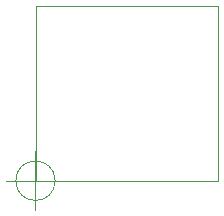
<source format=gbr>
%TF.GenerationSoftware,KiCad,Pcbnew,(6.0.0)*%
%TF.CreationDate,2022-02-12T15:45:29+01:00*%
%TF.ProjectId,ISPConverter,49535043-6f6e-4766-9572-7465722e6b69,rev?*%
%TF.SameCoordinates,Original*%
%TF.FileFunction,Profile,NP*%
%FSLAX46Y46*%
G04 Gerber Fmt 4.6, Leading zero omitted, Abs format (unit mm)*
G04 Created by KiCad (PCBNEW (6.0.0)) date 2022-02-12 15:45:29*
%MOMM*%
%LPD*%
G01*
G04 APERTURE LIST*
%TA.AperFunction,Profile*%
%ADD10C,0.100000*%
%TD*%
G04 APERTURE END LIST*
D10*
X128869866Y-99060000D02*
G75*
G03*
X128869866Y-99060000I-1666666J0D01*
G01*
X124703200Y-99060000D02*
X129703200Y-99060000D01*
X127203200Y-96560000D02*
X127203200Y-101560000D01*
X127228600Y-84226400D02*
X142646400Y-84226400D01*
X142646400Y-84226400D02*
X142646400Y-99060000D01*
X142646400Y-99060000D02*
X127228600Y-99060000D01*
X127228600Y-99060000D02*
X127228600Y-84226400D01*
M02*

</source>
